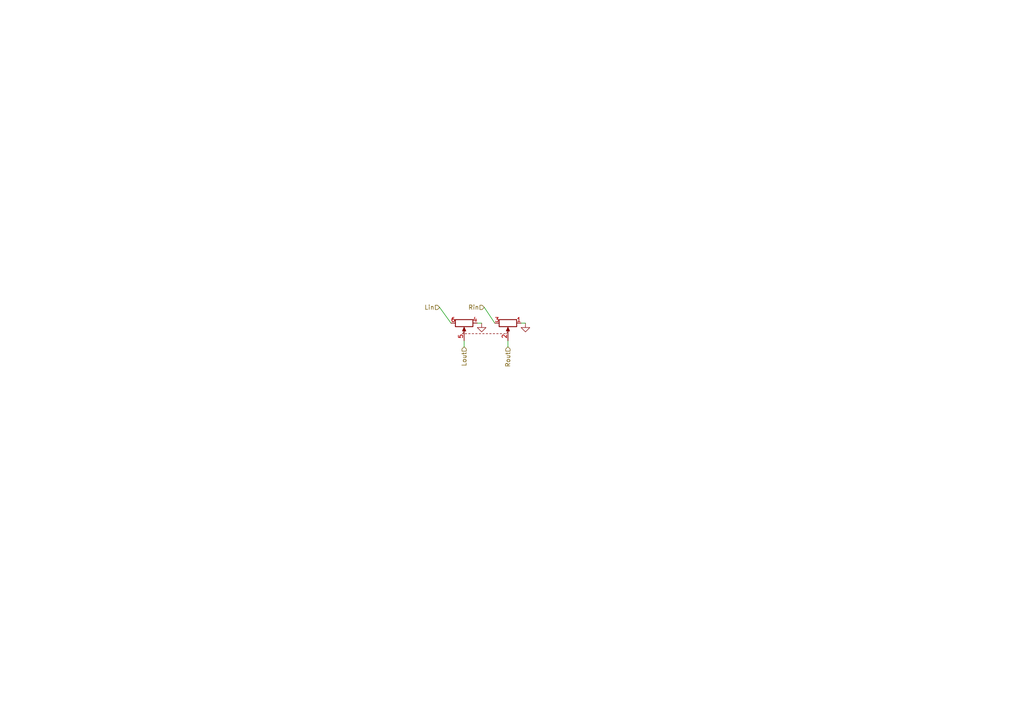
<source format=kicad_sch>
(kicad_sch (version 20211123) (generator eeschema)
  (paper "A4")
  (lib_symbols
    (symbol "Device:R_Potentiometer_Dual" (pin_names (offset 1.016) hide)
      (property "Reference" "RV" (at 0 3.81 0))
      (property "Value" "R_Potentiometer_Dual" (at 0 1.905 0))
      (symbol "R_Potentiometer_Dual_0_1"
        (rectangle (start -8.89 -1.524) (end -3.81 -3.556) (stroke (width 0.254)))
        (polyline (pts (xy -6.35 0) (xy -6.35 -1.016)))
        (polyline (pts (xy -6.35 0) (xy -6.35 -1.016)))
        (polyline (pts (xy -6.35 0) (xy -5.842 0.508)))
        (polyline (pts (xy -5.588 0.508) (xy -5.08 0.508)))
        (polyline (pts (xy -4.572 0.508) (xy -4.064 0.508)))
        (polyline (pts (xy -3.556 0.508) (xy -3.048 0.508)))
        (polyline (pts (xy -2.54 0.508) (xy -2.032 0.508)))
        (polyline (pts (xy -1.524 0.508) (xy -1.016 0.508)))
        (polyline (pts (xy -0.508 0.508) (xy 0 0.508)))
        (polyline (pts (xy 0.508 0.508) (xy 1.016 0.508)))
        (polyline (pts (xy 1.524 0.508) (xy 2.032 0.508)))
        (polyline (pts (xy 2.54 0.508) (xy 3.048 0.508)))
        (polyline (pts (xy 3.556 0.508) (xy 4.064 0.508)))
        (polyline (pts (xy 4.572 0.508) (xy 5.08 0.508)))
        (polyline (pts (xy 5.588 0.508) (xy 6.096 0.508)))
        (polyline (pts (xy 6.35 0) (xy 6.35 -1.016)))
        (polyline (pts (xy 6.35 0) (xy 6.35 -1.016)))
        (polyline (pts (xy 6.604 0.508) (xy 6.858 0.508) (xy 6.35 0)))
        (polyline (pts (xy -6.35 -1.397) (xy -6.858 -0.254) (xy -5.842 -0.254) (xy -6.35 -1.397)) (fill (type outline)))
        (polyline (pts (xy 6.35 -1.397) (xy 5.842 -0.254) (xy 6.858 -0.254) (xy 6.35 -1.397)) (fill (type outline)))
        (rectangle (start 3.81 -1.524) (end 8.89 -3.556) (stroke (width 0.254)))
      )
      (symbol "R_Potentiometer_Dual_1_1"
        (pin passive line (at -10.16 -2.54 0) (length 1.27) (name "1") (number "1"))
        (pin passive line (at -6.35 2.54 270) (length 2.54) (name "2") (number "2"))
        (pin passive line (at -2.54 -2.54 180) (length 1.27) (name "3") (number "3"))
        (pin passive line (at 2.54 -2.54 0) (length 1.27) (name "4") (number "4"))
        (pin passive line (at 6.35 2.54 270) (length 2.54) (name "5") (number "5"))
        (pin passive line (at 10.16 -2.54 180) (length 1.27) (name "6") (number "6"))
      )
    )
    (symbol "power:GND" (power) (pin_names (offset 0))
      (property "Value" "GND" (at 0 -3.81 0))
      (symbol "GND_0_1"
        (polyline (pts (xy 0 0) (xy 0 -1.27) (xy 1.27 -1.27) (xy 0 -2.54) (xy -1.27 -1.27) (xy 0 -1.27)))
      )
      (symbol "GND_1_1"
        (pin power_in line (at 0 0 270) (length 0) hide (name "GND") (number "1"))
      )
    )
  )
  (wire (pts (xy 138.43 93.726) (xy 139.7 93.726)))
  (wire (pts (xy 130.81 93.726) (xy 127.508 89.154)))
  (wire (pts (xy 134.62 100.584) (xy 134.62 98.806)))
  (wire (pts (xy 151.13 93.726) (xy 152.4 93.726)))
  (wire (pts (xy 140.462 89.154) (xy 143.51 93.726)))
  (wire (pts (xy 147.32 100.584) (xy 147.32 98.806)))
  (hierarchical_label "Lout" (shape input) (at 134.62 100.584 270))
  (hierarchical_label "Lin" (shape input) (at 127.508 89.154 180))
  (hierarchical_label "Rout" (shape input) (at 147.32 100.584 270))
  (hierarchical_label "Rin" (shape input) (at 140.462 89.154 180))
  (symbol (lib_id "Device:R_Potentiometer_Dual") (at 140.97 96.266 180) (unit 1)
    (property "Reference" "RV_?" (effects hide))
    (property "Value" "R_Potentiometer_Dual" (effects hide))
  )
  (symbol (lib_id "power:GND") (at 139.7 93.726 0) (unit 1)
    (property "Reference" "#PWR?" (effects hide))
    (property "Value" "GND" (effects hide))
  )
  (symbol (lib_id "power:GND") (at 152.4 93.726 0) (unit 1)
    (property "Reference" "#PWR?" (effects hide))
    (property "Value" "GND" (effects hide))
  )
)
</source>
